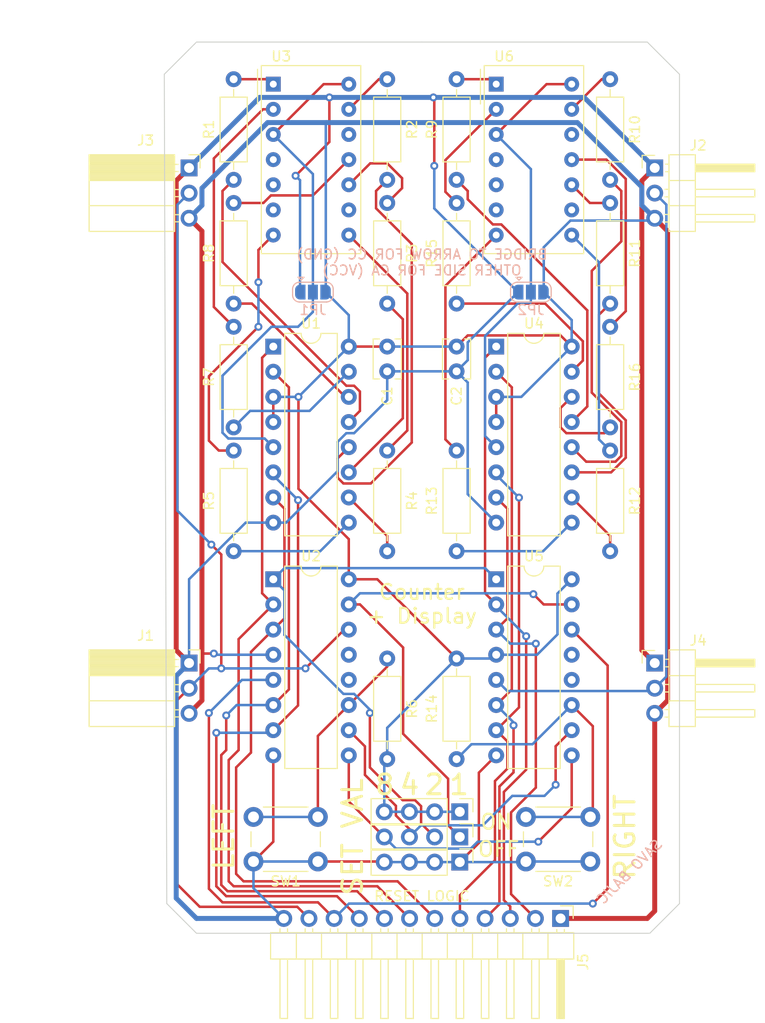
<source format=kicad_pcb>
(kicad_pcb (version 20211014) (generator pcbnew)
  (layers (0 "F.Cu" signal) (31 "B.Cu" signal) (34 "B.Paste" user) (35 "F.Paste" user) (36 "B.SilkS" user "B.Silkscreen") (37 "F.SilkS" user "F.Silkscreen") (38 "B.Mask" user) (39 "F.Mask" user) (44 "Edge.Cuts" user))
  (net 0 "")
  (net 1 "GND")
  (net 2 "/RP")
  (net 3 "/RS")
  (net 4 "/8P")
  (net 5 "/4P")
  (net 6 "/2P")
  (net 7 "/1P")
  (net 8 "/8S")
  (net 9 "/4S")
  (net 10 "/2S")
  (net 11 "/1S")
  (net 12 "VCC")
  (net 13 "/CLK_{IN}")
  (net 14 "Net-(R1-Pad2)")
  (net 15 "Net-(R1-Pad1)")
  (net 16 "Net-(R2-Pad2)")
  (net 17 "Net-(R2-Pad1)")
  (net 18 "Net-(R3-Pad2)")
  (net 19 "Net-(R3-Pad1)")
  (net 20 "Net-(R4-Pad2)")
  (net 21 "Net-(R4-Pad1)")
  (net 22 "Net-(R5-Pad2)")
  (net 23 "Net-(R5-Pad1)")
  (net 24 "Net-(R6-Pad1)")
  (net 25 "Net-(R7-Pad2)")
  (net 26 "Net-(R7-Pad1)")
  (net 27 "Net-(R8-Pad2)")
  (net 28 "Net-(R8-Pad1)")
  (net 29 "Net-(R9-Pad2)")
  (net 30 "Net-(R9-Pad1)")
  (net 31 "Net-(R10-Pad2)")
  (net 32 "Net-(R10-Pad1)")
  (net 33 "Net-(R11-Pad2)")
  (net 34 "Net-(R11-Pad1)")
  (net 35 "Net-(R12-Pad2)")
  (net 36 "Net-(R12-Pad1)")
  (net 37 "Net-(R13-Pad2)")
  (net 38 "Net-(R13-Pad1)")
  (net 39 "Net-(R14-Pad1)")
  (net 40 "/D")
  (net 41 "/C")
  (net 42 "/B")
  (net 43 "/A")
  (net 44 "Net-(JP1-Pad2)")
  (net 45 "Net-(JP2-Pad2)")
  (net 46 "Net-(R15-Pad2)")
  (net 47 "Net-(R15-Pad1)")
  (net 48 "Net-(R16-Pad2)")
  (net 49 "Net-(R16-Pad1)")
  (footprint "Connector_PinHeader_2.54mm:PinHeader_1x03_P2.54mm_Horizontal" (layer "F.Cu") (at 119.5 56.96)
    (fp_text reference "J2")
    (fp_text value "Conn_01x03_Male")
  )
  (footprint "Connector_PinSocket_2.54mm:PinSocket_1x03_P2.54mm_Horizontal" (layer "F.Cu") (at 72.5 56.96)
    (fp_text reference "J3")
    (fp_text value "Conn_01x03_Female")
  )
  (footprint "Connector_PinHeader_2.54mm:PinHeader_1x03_P2.54mm_Horizontal" (layer "F.Cu") (at 119.5 106.96)
    (fp_text reference "J4")
    (fp_text value "Conn_01x03_Male")
  )
  (footprint "Connector_PinHeader_2.54mm:PinHeader_1x12_P2.54mm_Horizontal" (layer "F.Cu") (at 109.998 132.75 -90)
    (fp_text reference "J5")
    (fp_text value "RESET")
  )
  (footprint "Display_7Segment:MAN3410A" (layer "F.Cu") (at 103.5 48.5)
    (fp_text reference "U6")
    (fp_text value "MAN3410A")
  )
  (footprint "Package_DIP:DIP-16_W7.62mm" (layer "F.Cu") (at 103.5 75)
    (fp_text reference "U4")
    (fp_text value "74LS47")
  )
  (footprint "Package_DIP:DIP-16_W7.62mm" (layer "F.Cu") (at 103.5 98.5)
    (fp_text reference "U5")
    (fp_text value "74LS193")
  )
  (footprint "Resistor_THT:R_Axial_DIN0207_L6.3mm_D2.5mm_P10.16mm_Horizontal" (layer "F.Cu") (at 99.5 48 -90)
    (fp_text reference "R9")
    (fp_text value "470")
  )
  (footprint "Resistor_THT:R_Axial_DIN0207_L6.3mm_D2.5mm_P10.16mm_Horizontal" (layer "F.Cu") (at 115 48 -90)
    (fp_text reference "R10")
    (fp_text value "470")
  )
  (footprint "Resistor_THT:R_Axial_DIN0207_L6.3mm_D2.5mm_P10.16mm_Horizontal" (layer "F.Cu") (at 115 60.5 -90)
    (fp_text reference "R11")
    (fp_text value "470")
  )
  (footprint "Resistor_THT:R_Axial_DIN0207_L6.3mm_D2.5mm_P10.16mm_Horizontal" (layer "F.Cu") (at 115 85.5 -90)
    (fp_text reference "R12")
    (fp_text value "470")
  )
  (footprint "Resistor_THT:R_Axial_DIN0207_L6.3mm_D2.5mm_P10.16mm_Horizontal" (layer "F.Cu") (at 99.5 85.5 -90)
    (fp_text reference "R13")
    (fp_text value "470")
  )
  (footprint "Resistor_THT:R_Axial_DIN0207_L6.3mm_D2.5mm_P10.16mm_Horizontal" (layer "F.Cu") (at 99.5 60.5 -90)
    (fp_text reference "R15")
    (fp_text value "470")
  )
  (footprint "Resistor_THT:R_Axial_DIN0207_L6.3mm_D2.5mm_P10.16mm_Horizontal" (layer "F.Cu") (at 77 48 -90)
    (fp_text reference "R1")
    (fp_text value "470")
  )
  (footprint "Resistor_THT:R_Axial_DIN0207_L6.3mm_D2.5mm_P10.16mm_Horizontal" (layer "F.Cu") (at 92.5 48 -90)
    (fp_text reference "R2")
    (fp_text value "470")
  )
  (footprint "Resistor_THT:R_Axial_DIN0207_L6.3mm_D2.5mm_P10.16mm_Horizontal" (layer "F.Cu") (at 92.5 60.5 -90)
    (fp_text reference "R3")
    (fp_text value "470")
  )
  (footprint "Resistor_THT:R_Axial_DIN0207_L6.3mm_D2.5mm_P10.16mm_Horizontal" (layer "F.Cu") (at 92.5 85.5 -90)
    (fp_text reference "R4")
    (fp_text value "470")
  )
  (footprint "Resistor_THT:R_Axial_DIN0207_L6.3mm_D2.5mm_P10.16mm_Horizontal" (layer "F.Cu") (at 77 85.5 -90)
    (fp_text reference "R5")
    (fp_text value "470")
  )
  (footprint "Resistor_THT:R_Axial_DIN0207_L6.3mm_D2.5mm_P10.16mm_Horizontal" (layer "F.Cu") (at 77 73 -90)
    (fp_text reference "R7")
    (fp_text value "470")
  )
  (footprint "Resistor_THT:R_Axial_DIN0207_L6.3mm_D2.5mm_P10.16mm_Horizontal" (layer "F.Cu") (at 77 60.5 -90)
    (fp_text reference "R8")
    (fp_text value "470")
  )
  (footprint "Button_Switch_THT:SW_PUSH_6mm_H4.3mm" (layer "F.Cu") (at 85.5 127 180)
    (fp_text reference "SW1")
    (fp_text value "PRIM")
  )
  (footprint "Button_Switch_THT:SW_PUSH_6mm_H4.3mm" (layer "F.Cu") (at 113 127 180)
    (fp_text reference "SW2")
    (fp_text value "SEC")
  )
  (footprint "Package_DIP:DIP-16_W7.62mm" (layer "F.Cu") (at 81 75)
    (fp_text reference "U1")
    (fp_text value "74LS47")
  )
  (footprint "Package_DIP:DIP-16_W7.62mm" (layer "F.Cu") (at 81 98.5)
    (fp_text reference "U2")
    (fp_text value "74LS193")
  )
  (footprint "Display_7Segment:MAN3410A" (layer "F.Cu") (at 81 48.5)
    (fp_text reference "U3")
    (fp_text value "MAN3410A")
  )
  (footprint "Capacitor_THT:C_Disc_D3.8mm_W2.6mm_P2.50mm" (layer "F.Cu") (at 92.5 75 -90)
    (fp_text reference "C1")
    (fp_text value "100n")
  )
  (footprint "Capacitor_THT:C_Disc_D3.8mm_W2.6mm_P2.50mm" (layer "F.Cu") (at 99.5 75 -90)
    (fp_text reference "C2")
    (fp_text value "100n")
  )
  (footprint "Connector_PinHeader_2.54mm:PinHeader_1x04_P2.54mm_Vertical" (layer "F.Cu") (at 99.823 121.98 -90)
    (fp_text reference "J6" hide)
    (fp_text value "HIGH")
  )
  (footprint "Connector_PinHeader_2.54mm:PinHeader_1x04_P2.54mm_Vertical" (layer "F.Cu") (at 99.823 124.52 -90)
    (fp_text reference "J7" hide)
    (fp_text value "PROG")
  )
  (footprint "Connector_PinHeader_2.54mm:PinHeader_1x04_P2.54mm_Vertical" (layer "F.Cu") (at 99.823 127.06 -90)
    (fp_text reference "J8" hide)
    (fp_text value "GND")
  )
  (footprint "Resistor_THT:R_Axial_DIN0207_L6.3mm_D2.5mm_P10.16mm_Horizontal" (layer "F.Cu") (at 92.5 106.5 -90)
    (fp_text reference "R6")
    (fp_text value "10k")
  )
  (footprint "Resistor_THT:R_Axial_DIN0207_L6.3mm_D2.5mm_P10.16mm_Horizontal" (layer "F.Cu") (at 99.5 116.66 90)
    (fp_text reference "R14")
    (fp_text value "10k")
  )
  (footprint "Connector_PinSocket_2.54mm:PinSocket_1x03_P2.54mm_Horizontal" (layer "F.Cu") (at 72.5 106.96)
    (fp_text reference "J1")
    (fp_text value "Conn_01x03_Female")
  )
  (footprint "Resistor_THT:R_Axial_DIN0207_L6.3mm_D2.5mm_P10.16mm_Horizontal" (layer "F.Cu") (at 115 73 -90)
    (fp_text reference "R16")
    (fp_text value "470")
  )
  (footprint "Jumper:SolderJumper-3_P1.3mm_Open_RoundedPad1.0x1.5mm" (layer "B.Cu") (at 85 69.5)
    (fp_text reference "JP1")
    (fp_text value "SEL")
  )
  (footprint "Jumper:SolderJumper-3_P1.3mm_Open_RoundedPad1.0x1.5mm" (layer "B.Cu") (at 107 69.5)
    (fp_text reference "JP2")
    (fp_text value "SEL")
  )
  (gr_line (start 119 134.25) (end 73.25 134.25) (layer "Edge.Cuts") (width 0.1))
  (gr_line (start 118.75 44.25) (end 122 47.5) (layer "Edge.Cuts") (width 0.1))
  (gr_line (start 72.5 45) (end 73 44.5) (layer "Edge.Cuts") (width 0.1))
  (gr_line (start 73.25 134.25) (end 70.5 131.5) (layer "Edge.Cuts") (width 0.1))
  (gr_line (start 73.25 44.25) (end 96 44.25) (layer "Edge.Cuts") (width 0.1))
  (gr_line (start 70.25 131.25) (end 70 47.5) (layer "Edge.Cuts") (width 0.1))
  (gr_line (start 122 131.25) (end 119 134.25) (layer "Edge.Cuts") (width 0.1))
  (gr_line (start 73 44.5) (end 73.25 44.25) (layer "Edge.Cuts") (width 0.1))
  (gr_line (start 122 47.5) (end 122 131.25) (layer "Edge.Cuts") (width 0.1))
  (gr_line (start 70 47.5) (end 72.5 45) (layer "Edge.Cuts") (width 0.1))
  (gr_line (start 70.5 131.5) (end 70.25 131.25) (layer "Edge.Cuts") (width 0.1))
  (gr_line (start 96 44.25) (end 118.75 44.25) (layer "Edge.Cuts") (width 0.1))
  (gr_text "SAVO BAJIC" (at 117 128 45) (layer "B.SilkS") (effects (font (size 1 1) (thickness 0.15) italic) (justify mirror)))
  (gr_text "BRIDGE TO ARROW FOR CC (GND)\nOTHER SIDE FOR CA (VCC)" (at 96 66.5) (layer "B.SilkS") (effects (font (size 1 1)) (justify mirror)))
  (gr_text "OFF" (at 103.75 125.75) (layer "F.SilkS") (effects (font (size 1.5 1.5) (thickness 0.225))))
  (gr_text "RIGHT" (at 116.5 124.5 90) (layer "F.SilkS") (effects (font (size 2 2) (thickness 0.3))))
  (gr_text "2" (at 97.25 119.25) (layer "F.SilkS") (effects (font (size 2 2) (thickness 0.3))))
  (gr_text "RESET LOGIC" (at 96 130.5) (layer "F.SilkS") (effects (font (size 1 1))))
  (gr_text "4" (at 94.75 119.25) (layer "F.SilkS") (effects (font (size 2 2) (thickness 0.3))))
  (gr_text "ON" (at 103.5 123) (layer "F.SilkS") (effects (font (size 1.5 1.5) (thickness 0.225))))
  (gr_text "1" (at 99.75 119.25) (layer "F.SilkS") (effects (font (size 2 2) (thickness 0.3))))
  (gr_text "LEFT" (at 76 124.5 90) (layer "F.SilkS") (effects (font (size 2 2) (thickness 0.3))))
  (gr_text "8" (at 92.25 119.25) (layer "F.SilkS") (effects (font (size 2 2) (thickness 0.3))))
  (gr_text "SET VAL" (at 89 124.5 90) (layer "F.SilkS") (effects (font (size 2 2) (thickness 0.3))))
  (gr_text "Counter\n+ Display" (at 96 101) (layer "F.SilkS") (effects (font (size 1.5 1.5) (thickness 0.225))))
  (segment (start 97.25 49.929998) (end 97.160001 49.839999) (width 0.25) (layer "F.Cu") (net 1))
  (segment (start 92.143 127) (end 92.203 127.06) (width 0.25) (layer "F.Cu") (net 1))
  (segment (start 97.25 56.75) (end 97.25 49.929998) (width 0.25) (layer "F.Cu") (net 1))
  (segment (start 101.75 118.03) (end 103.5 116.28) (width 0.25) (layer "F.Cu") (net 1))
  (segment (start 118.199999 58.260001) (end 118.199999 105.659999) (width 0.5) (layer "F.Cu") (net 1))
  (segment (start 71.199999 105.659999) (end 71.199999 58.260001) (width 0.5) (layer "F.Cu") (net 1))
  (segment (start 81 125) (end 81 116.28) (width 0.25) (layer "F.Cu") (net 1))
  (segment (start 101.75 125.133) (end 101.75 118.03) (width 0.25) (layer "F.Cu") (net 1))
  (segment (start 85.5 127) (end 92.143 127) (width 0.25) (layer "F.Cu") (net 1))
  (segment (start 118.199999 105.659999) (end 119.5 106.96) (width 0.5) (layer "F.Cu") (net 1))
  (segment (start 86.660001 54.339999) (end 86.660001 49.839999) (width 0.25) (layer "F.Cu") (net 1))
  (segment (start 71.199999 58.260001) (end 72.5 56.96) (width 0.5) (layer "F.Cu") (net 1))
  (segment (start 99.823 127.06) (end 101.75 125.133) (width 0.25) (layer "F.Cu") (net 1))
  (segment (start 79 127) (end 81 125) (width 0.25) (layer "F.Cu") (net 1))
  (segment (start 119.5 56.96) (end 118.199999 58.260001) (width 0.5) (layer "F.Cu") (net 1))
  (segment (start 72.5 106.96) (end 71.199999 105.659999) (width 0.5) (layer "F.Cu") (net 1))
  (segment (start 83.25 57.75) (end 86.660001 54.339999) (width 0.25) (layer "F.Cu") (net 1))
  (via (at 97.25 56.75) (size 0.8) (drill 0.4) (layers "F.Cu" "B.Cu") (net 1))
  (via (at 97.160001 49.839999) (size 0.8) (drill 0.4) (layers "F.Cu" "B.Cu") (net 1))
  (via (at 83.25 57.75) (size 0.8) (drill 0.4) (layers "F.Cu" "B.Cu") (net 1))
  (via (at 86.660001 49.839999) (size 0.8) (drill 0.4) (layers "F.Cu" "B.Cu") (net 1))
  (segment (start 106.5 127) (end 113 127) (width 0.25) (layer "B.Cu") (net 1))
  (segment (start 78.214998 92.78) (end 72.5 98.494998) (width 0.25) (layer "B.Cu") (net 1))
  (segment (start 73.25 132.75) (end 82.058 132.75) (width 0.5) (layer "B.Cu") (net 1))
  (segment (start 112.379999 49.839999) (end 119.5 56.96) (width 0.5) (layer "B.Cu") (net 1))
  (segment (start 100.625001 76.374999) (end 100.625001 74.574999) (width 0.25) (layer "B.Cu") (net 1))
  (segment (start 72.5 106.96) (end 71.199999 108.260001) (width 0.5) (layer "B.Cu") (net 1))
  (segment (start 92.203 127.06) (end 94.743 127.06) (width 0.25) (layer "B.Cu") (net 1))
  (segment (start 97.160001 49.839999) (end 112.379999 49.839999) (width 0.5) (layer "B.Cu") (net 1))
  (segment (start 99.823 127.06) (end 106.44 127.06) (width 0.25) (layer "B.Cu") (net 1))
  (segment (start 92.5 77.5) (end 99.5 77.5) (width 0.25) (layer "B.Cu") (net 1))
  (segment (start 71.199999 108.260001) (end 71.199999 130.699999) (width 0.5) (layer "B.Cu") (net 1))
  (segment (start 87.494999 87.578003) (end 87.494999 84.619999) (width 0.25) (layer "B.Cu") (net 1))
  (segment (start 79 129.692) (end 82.058 132.75) (width 0.25) (layer "B.Cu") (net 1))
  (segment (start 99.5 77.5) (end 100.625001 76.374999) (width 0.25) (layer "B.Cu") (net 1))
  (segment (start 81 92.78) (end 78.214998 92.78) (width 0.25) (layer "B.Cu") (net 1))
  (segment (start 106.44 127.06) (end 106.5 127) (width 0.25) (layer "B.Cu") (net 1))
  (segment (start 87.494999 84.619999) (end 88.369997 83.745001) (width 0.25) (layer "B.Cu") (net 1))
  (segment (start 79.620001 49.839999) (end 86.660001 49.839999) (width 0.5) (layer "B.Cu") (net 1))
  (segment (start 79 127) (end 79 129.692) (width 0.25) (layer "B.Cu") (net 1))
  (segment (start 99.5 77.5) (end 100.625001 78.625001) (width 0.25) (layer "B.Cu") (net 1))
  (segment (start 105.7 69.5) (end 97.25 61.05) (width 0.25) (layer "B.Cu") (net 1))
  (segment (start 72.5 56.96) (end 79.620001 49.839999) (width 0.5) (layer "B.Cu") (net 1))
  (segment (start 97.283 127.06) (end 99.823 127.06) (width 0.25) (layer "B.Cu") (net 1))
  (segment (start 88.369997 83.745001) (end 89.160001 83.745001) (width 0.25) (layer "B.Cu") (net 1))
  (segment (start 100.625001 89.905001) (end 103.5 92.78) (width 0.25) (layer "B.Cu") (net 1))
  (segment (start 92.5 80.405002) (end 92.5 77.5) (width 0.25) (layer "B.Cu") (net 1))
  (segment (start 83.7 58.2) (end 83.25 57.75) (width 0.25) (layer "B.Cu") (net 1))
  (segment (start 100.625001 74.574999) (end 105.7 69.5) (width 0.25) (layer "B.Cu") (net 1))
  (segment (start 100.625001 78.625001) (end 100.625001 89.905001) (width 0.25) (layer "B.Cu") (net 1))
  (segment (start 81 92.78) (end 82.293002 92.78) (width 0.25) (layer "B.Cu") (net 1))
  (segment (start 82.293002 92.78) (end 87.494999 87.578003) (width 0.25) (layer "B.Cu") (net 1))
  (segment (start 86.660001 49.839999) (end 97.160001 49.839999) (width 0.5) (layer "B.Cu") (net 1))
  (segment (start 71.199999 130.699999) (end 73.25 132.75) (width 0.5) (layer "B.Cu") (net 1))
  (segment (start 94.743 127.06) (end 97.283 127.06) (width 0.25) (layer "B.Cu") (net 1))
  (segment (start 72.5 98.494998) (end 72.5 106.96) (width 0.25) (layer "B.Cu") (net 1))
  (segment (start 83.7 69.5) (end 83.7 58.2) (width 0.25) (layer "B.Cu") (net 1))
  (segment (start 79 127) (end 85.5 127) (width 0.25) (layer "B.Cu") (net 1))
  (segment (start 97.25 61.05) (end 97.25 56.75) (width 0.25) (layer "B.Cu") (net 1))
  (segment (start 89.160001 83.745001) (end 92.5 80.405002) (width 0.25) (layer "B.Cu") (net 1))
  (segment (start 73.574999 131.574999) (end 71.324999 129.324999) (width 0.25) (layer "F.Cu") (net 2))
  (segment (start 75.75 96) (end 74.75 95) (width 0.25) (layer "F.Cu") (net 2))
  (segment (start 84.598 132.75) (end 83.422999 131.574999) (width 0.25) (layer "F.Cu") (net 2))
  (segment (start 84.25 107.5) (end 88.17 103.58) (width 0.25) (layer "F.Cu") (net 2))
  (segment (start 83.422999 131.574999) (end 73.574999 131.574999) (width 0.25) (layer "F.Cu") (net 2))
  (segment (start 71.324999 129.324999) (end 71.324999 110.675001) (width 0.25) (layer "F.Cu") (net 2))
  (segment (start 88.17 103.58) (end 88.62 103.58) (width 0.25) (layer "F.Cu") (net 2))
  (segment (start 75.75 107.5) (end 75.75 96) (width 0.25) (layer "F.Cu") (net 2))
  (segment (start 71.324999 110.675001) (end 72.5 109.5) (width 0.25) (layer "F.Cu") (net 2))
  (via (at 84.25 107.5) (size 0.8) (drill 0.4) (layers "F.Cu" "B.Cu") (net 2))
  (via (at 74.75 95) (size 0.8) (drill 0.4) (layers "F.Cu" "B.Cu") (net 2))
  (via (at 75.75 107.5) (size 0.8) (drill 0.4) (layers "F.Cu" "B.Cu") (net 2))
  (segment (start 72.5 59.5) (end 71.324999 60.675001) (width 0.25) (layer "B.Cu") (net 2))
  (segment (start 74.5 107.5) (end 75.75 107.5) (width 0.25) (layer "B.Cu") (net 2))
  (segment (start 74.75 95) (end 71.324999 91.574999) (width 0.25) (layer "B.Cu") (net 2))
  (segment (start 71.324999 60.675001) (end 71.324999 91.175001) (width 0.25) (layer "B.Cu") (net 2))
  (segment (start 75.75 107.5) (end 84.25 107.5) (width 0.25) (layer "B.Cu") (net 2))
  (segment (start 72.5 109.5) (end 74.5 107.5) (width 0.25) (layer "B.Cu") (net 2))
  (segment (start 71.324999 91.574999) (end 71.324999 91.175001) (width 0.25) (layer "B.Cu") (net 2))
  (segment (start 75.874989 131.124989) (end 74.5 129.75) (width 0.25) (layer "F.Cu") (net 3))
  (segment (start 114.75 107.21) (end 114.75 129.75) (width 0.25) (layer "F.Cu") (net 3))
  (segment (start 111.12 103.58) (end 114.75 107.21) (width 0.25) (layer "F.Cu") (net 3))
  (segment (start 74.5 129.75) (end 74.5 112) (width 0.25) (layer "F.Cu") (net 3))
  (segment (start 87.138 132.75) (end 85.512989 131.124989) (width 0.25) (layer "F.Cu") (net 3))
  (segment (start 114.75 129.75) (end 113.25 131.25) (width 0.25) (layer "F.Cu") (net 3))
  (segment (start 85.512989 131.124989) (end 75.874989 131.124989) (width 0.25) (layer "F.Cu") (net 3))
  (via (at 74.5 112) (size 0.8) (drill 0.4) (layers "F.Cu" "B.Cu") (net 3))
  (via (at 113.25 131.25) (size 0.8) (drill 0.4) (layers "F.Cu" "B.Cu") (net 3))
  (segment (start 88.638 131.25) (end 91.75 131.25) (width 0.25) (layer "B.Cu") (net 3))
  (segment (start 87.138 132.75) (end 88.638 131.25) (width 0.25) (layer "B.Cu") (net 3))
  (segment (start 77.84 108.66) (end 74.5 112) (width 0.25) (layer "B.Cu") (net 3))
  (segment (start 113.25 131.25) (end 91.75 131.25) (width 0.25) (layer "B.Cu") (net 3))
  (segment (start 81 108.66) (end 77.84 108.66) (width 0.25) (layer "B.Cu") (net 3))
  (segment (start 75.25 129.5) (end 75.25 114) (width 0.25) (layer "F.Cu") (net 4))
  (segment (start 87.428 130.5) (end 76.25 130.5) (width 0.25) (layer "F.Cu") (net 4))
  (segment (start 76.25 130.5) (end 75.25 129.5) (width 0.25) (layer "F.Cu") (net 4))
  (segment (start 81 113.74) (end 83.5 111.24) (width 0.25) (layer "F.Cu") (net 4))
  (segment (start 89.678 132.75) (end 87.428 130.5) (width 0.25) (layer "F.Cu") (net 4))
  (segment (start 83.5 111.24) (end 83.5 90.5) (width 0.25) (layer "F.Cu") (net 4))
  (via (at 75.25 114) (size 0.8) (drill 0.4) (layers "F.Cu" "B.Cu") (net 4))
  (via (at 83.5 90.5) (size 0.8) (drill 0.4) (layers "F.Cu" "B.Cu") (net 4))
  (segment (start 80.74 114) (end 81 113.74) (width 0.25) (layer "B.Cu") (net 4))
  (segment (start 75.25 114) (end 80.74 114) (width 0.25) (layer "B.Cu") (net 4))
  (segment (start 81 88) (end 81 87.7) (width 0.25) (layer "B.Cu") (net 4))
  (segment (start 83.5 90.5) (end 81 88) (width 0.25) (layer "B.Cu") (net 4))
  (segment (start 89.468 130) (end 76.38641 130) (width 0.25) (layer "F.Cu") (net 5))
  (segment (start 82.575011 109.624989) (end 81 111.2) (width 0.25) (layer "F.Cu") (net 5))
  (segment (start 75.75 116.25) (end 76.25 115.75) (width 0.25) (layer "F.Cu") (net 5))
  (segment (start 81 77.54) (end 82.575011 79.115011) (width 0.25) (layer "F.Cu") (net 5))
  (segment (start 76.38641 130) (end 75.75 129.36359) (width 0.25) (layer "F.Cu") (net 5))
  (segment (start 76.25 115.75) (end 76.25 112.25) (width 0.25) (layer "F.Cu") (net 5))
  (segment (start 75.75 129.36359) (end 75.75 116.25) (width 0.25) (layer "F.Cu") (net 5))
  (segment (start 92.218 132.75) (end 89.468 130) (width 0.25) (layer "F.Cu") (net 5))
  (segment (start 82.575011 79.115011) (end 82.575011 109.624989) (width 0.25) (layer "F.Cu") (net 5))
  (via (at 76.25 112.25) (size 0.8) (drill 0.4) (layers "F.Cu" "B.Cu") (net 5))
  (segment (start 77.3 111.2) (end 81 111.2) (width 0.25) (layer "B.Cu") (net 5))
  (segment (start 76.25 112.25) (end 77.3 111.2) (width 0.25) (layer "B.Cu") (net 5))
  (segment (start 81 101.04) (end 79.874999 99.914999) (width 0.25) (layer "F.Cu") (net 6))
  (segment (start 77.5 115.75) (end 76.5 116.75) (width 0.25) (layer "F.Cu") (net 6))
  (segment (start 76.5 129) (end 77 129.5) (width 0.25) (layer "F.Cu") (net 6))
  (segment (start 76.5 116.75) (end 76.5 129) (width 0.25) (layer "F.Cu") (net 6))
  (segment (start 77 129.5) (end 91.508 129.5) (width 0.25) (layer "F.Cu") (net 6))
  (segment (start 91.508 129.5) (end 94.758 132.75) (width 0.25) (layer "F.Cu") (net 6))
  (segment (start 79.874999 99.914999) (end 79.874999 76.125001) (width 0.25) (layer "F.Cu") (net 6))
  (segment (start 77.5 104.54) (end 77.5 115.75) (width 0.25) (layer "F.Cu") (net 6))
  (segment (start 81 101.04) (end 77.5 104.54) (width 0.25) (layer "F.Cu") (net 6))
  (segment (start 79.874999 76.125001) (end 81 75) (width 0.25) (layer "F.Cu") (net 6))
  (segment (start 93.548 129) (end 78 129) (width 0.25) (layer "F.Cu") (net 7))
  (segment (start 81 103.58) (end 82.125001 102.454999) (width 0.25) (layer "F.Cu") (net 7))
  (segment (start 77.25 128.25) (end 77.25 117.5) (width 0.25) (layer "F.Cu") (net 7))
  (segment (start 78.75 116) (end 78.75 105.83) (width 0.25) (layer "F.Cu") (net 7))
  (segment (start 82.125001 91.365001) (end 81 90.24) (width 0.25) (layer "F.Cu") (net 7))
  (segment (start 97.298 132.75) (end 93.548 129) (width 0.25) (layer "F.Cu") (net 7))
  (segment (start 82.125001 102.454999) (end 82.125001 91.365001) (width 0.25) (layer "F.Cu") (net 7))
  (segment (start 78.75 105.83) (end 81 103.58) (width 0.25) (layer "F.Cu") (net 7))
  (segment (start 78 129) (end 77.25 128.25) (width 0.25) (layer "F.Cu") (net 7))
  (segment (start 77.25 117.5) (end 78.75 116) (width 0.25) (layer "F.Cu") (net 7))
  (segment (start 105.800011 111.439989) (end 105.800011 90.25) (width 0.25) (layer "F.Cu") (net 8))
  (segment (start 103.375 126.875) (end 99.838 130.412) (width 0.25) (layer "F.Cu") (net 8))
  (segment (start 99.838 130.412) (end 99.838 132.75) (width 0.25) (layer "F.Cu") (net 8))
  (segment (start 103.5 113.74) (end 104.625001 114.865001) (width 0.25) (layer "F.Cu") (net 8))
  (segment (start 103.375 118.875) (end 103.375 126.875) (width 0.25) (layer "F.Cu") (net 8))
  (segment (start 103.5 113.74) (end 105.800011 111.439989) (width 0.25) (layer "F.Cu") (net 8))
  (segment (start 104.625001 114.865001) (end 104.625001 117.624999) (width 0.25) (layer "F.Cu") (net 8))
  (segment (start 104.625001 117.624999) (end 103.375 118.875) (width 0.25) (layer "F.Cu") (net 8))
  (via (at 105.800011 90.25) (size 0.8) (drill 0.4) (layers "F.Cu" "B.Cu") (net 8))
  (segment (start 103.5 87.949989) (end 103.5 87.7) (width 0.25) (layer "B.Cu") (net 8))
  (segment (start 105.800011 90.25) (end 103.5 87.949989) (width 0.25) (layer "B.Cu") (net 8))
  (segment (start 105.25 118) (end 105.25 113.25) (width 0.25) (layer "F.Cu") (net 9))
  (segment (start 103.82501 131.30299) (end 103.82501 119.42499) (width 0.25) (layer "F.Cu") (net 9))
  (segment (start 105.075011 109.624989) (end 105.075011 79.115011) (width 0.25) (layer "F.Cu") (net 9))
  (segment (start 102.378 132.75) (end 103.82501 131.30299) (width 0.25) (layer "F.Cu") (net 9))
  (segment (start 103.82501 119.42499) (end 105.25 118) (width 0.25) (layer "F.Cu") (net 9))
  (segment (start 105.075011 79.115011) (end 103.5 77.54) (width 0.25) (layer "F.Cu") (net 9))
  (segment (start 103.5 111.2) (end 105.075011 109.624989) (width 0.25) (layer "F.Cu") (net 9))
  (via (at 105.25 113.25) (size 0.8) (drill 0.4) (layers "F.Cu" "B.Cu") (net 9))
  (segment (start 105.25 112.95) (end 105.25 113.25) (width 0.25) (layer "B.Cu") (net 9))
  (segment (start 103.5 111.2) (end 105.25 112.95) (width 0.25) (layer "B.Cu") (net 9))
  (segment (start 104.27502 119.97498) (end 106.525011 117.724989) (width 0.25) (layer "F.Cu") (net 10))
  (segment (start 102.374999 99.914999) (end 102.374999 76.125001) (width 0.25) (layer "F.Cu") (net 10))
  (segment (start 103.5 101.04) (end 102.374999 99.914999) (width 0.25) (layer "F.Cu") (net 10))
  (segment (start 104.27502 130.904939) (end 104.27502 119.97498) (width 0.25) (layer "F.Cu") (net 10))
  (segment (start 102.374999 76.125001) (end 103.5 75) (width 0.25) (layer "F.Cu") (net 10))
  (segment (start 104.918 132.75) (end 104.918 131.547919) (width 0.25) (layer "F.Cu") (net 10))
  (segment (start 104.918 131.547919) (end 104.27502 130.904939) (width 0.25) (layer "F.Cu") (net 10))
  (segment (start 106.525011 117.724989) (end 106.525011 104.25) (width 0.25) (layer "F.Cu") (net 10))
  (via (at 106.525011 104.25) (size 0.8) (drill 0.4) (layers "F.Cu" "B.Cu") (net 10))
  (segment (start 103.5 101.224989) (end 103.5 101.04) (width 0.25) (layer "B.Cu") (net 10))
  (segment (start 106.525011 104.25) (end 103.5 101.224989) (width 0.25) (layer "B.Cu") (net 10))
  (segment (start 105 122.038998) (end 107.5 119.538998) (width 0.25) (layer "F.Cu") (net 11))
  (segment (start 104.625001 102.454999) (end 104.625001 91.365001) (width 0.25) (layer "F.Cu") (net 11))
  (segment (start 107.458 132.75) (end 105 130.292) (width 0.25) (layer "F.Cu") (net 11))
  (segment (start 104.625001 91.365001) (end 103.5 90.24) (width 0.25) (layer "F.Cu") (net 11))
  (segment (start 103.5 103.58) (end 104.625001 102.454999) (width 0.25) (layer "F.Cu") (net 11))
  (segment (start 107.5 119.538998) (end 107.5 105) (width 0.25) (layer "F.Cu") (net 11))
  (segment (start 105 130.292) (end 105 122.038998) (width 0.25) (layer "F.Cu") (net 11))
  (via (at 107.5 105) (size 0.8) (drill 0.4) (layers "F.Cu" "B.Cu") (net 11))
  (segment (start 104.92 105) (end 107.5 105) (width 0.25) (layer "B.Cu") (net 11))
  (segment (start 103.5 103.58) (end 104.92 105) (width 0.25) (layer "B.Cu") (net 11))
  (segment (start 103.5 82.62) (end 103.5 80.08) (width 0.25) (layer "F.Cu") (net 12))
  (segment (start 92.5 75) (end 88.62 75) (width 0.25) (layer "F.Cu") (net 12))
  (segment (start 109.998 132.75) (end 118.75 132.75) (width 0.5) (layer "F.Cu") (net 12))
  (segment (start 109.994999 73.874999) (end 100.625001 73.874999) (width 0.25) (layer "F.Cu") (net 12))
  (segment (start 111.12 75) (end 109.994999 73.874999) (width 0.25) (layer "F.Cu") (net 12))
  (segment (start 75 106) (end 73.75 106) (width 0.25) (layer "F.Cu") (net 12))
  (segment (start 81 82.62) (end 81 80.08) (width 0.25) (layer "F.Cu") (net 12))
  (segment (start 88.62 98.5) (end 91.5 98.5) (width 0.25) (layer "F.Cu") (net 12))
  (segment (start 118.75 132.75) (end 119.5 132) (width 0.5) (layer "F.Cu") (net 12))
  (segment (start 119.5 112.04) (end 120.800001 110.739999) (width 0.5) (layer "F.Cu") (net 12))
  (segment (start 73.675001 110.864999) (end 73.675001 106.074999) (width 0.25) (layer "F.Cu") (net 12))
  (segment (start 83.54 89.365002) (end 83.54 80.08) (width 0.25) (layer "F.Cu") (net 12))
  (segment (start 100.625001 73.874999) (end 99.5 75) (width 0.25) (layer "F.Cu") (net 12))
  (segment (start 72.5 112.04) (end 73.675001 110.864999) (width 0.25) (layer "F.Cu") (net 12))
  (segment (start 120.800001 110.739999) (end 120.800001 63.340001) (width 0.5) (layer "F.Cu") (net 12))
  (segment (start 72.5 112.04) (end 73.800001 110.739999) (width 0.5) (layer "F.Cu") (net 12))
  (segment (start 73.800001 110.739999) (end 73.800001 63.340001) (width 0.5) (layer "F.Cu") (net 12))
  (segment (start 88.62 94.445002) (end 83.54 89.365002) (width 0.25) (layer "F.Cu") (net 12))
  (segment (start 120.800001 63.340001) (end 119.5 62.04) (width 0.5) (layer "F.Cu") (net 12))
  (segment (start 73.800001 63.340001) (end 72.5 62.04) (width 0.5) (layer "F.Cu") (net 12))
  (segment (start 73.75 106) (end 73.675001 106.074999) (width 0.25) (layer "F.Cu") (net 12))
  (segment (start 73.675001 106.074999) (end 73.675001 63.215001) (width 0.25) (layer "F.Cu") (net 12))
  (segment (start 91.5 98.5) (end 99.5 106.5) (width 0.25) (layer "F.Cu") (net 12))
  (segment (start 88.62 98.5) (end 88.62 94.445002) (width 0.25) (layer "F.Cu") (net 12))
  (segment (start 119.5 132) (end 119.5 112.04) (width 0.5) (layer "F.Cu") (net 12))
  (segment (start 73.675001 63.215001) (end 72.5 62.04) (width 0.25) (layer "F.Cu") (net 12))
  (via (at 83.54 80.08) (size 0.8) (drill 0.4) (layers "F.Cu" "B.Cu") (net 12))
  (via (at 75 106) (size 0.8) (drill 0.4) (layers "F.Cu" "B.Cu") (net 12))
  (segment (start 92.5 75) (end 99.5 75) (width 0.25) (layer "B.Cu") (net 12))
  (segment (start 111.696001 52.379999) (end 118.199999 58.883997) (width 0.5) (layer "B.Cu") (net 12))
  (segment (start 103.5 80.08) (end 106.04 80.08) (width 0.25) (layer "B.Cu") (net 12))
  (segment (start 92.203 121.98) (end 94.743 121.98) (width 0.25) (layer "B.Cu") (net 12))
  (segment (start 81 106.12) (end 75.12 106.12) (width 0.25) (layer "B.Cu") (net 12))
  (segment (start 118.199999 58.883997) (end 118.199999 60.739999) (width 0.5) (layer "B.Cu") (net 12))
  (segment (start 72.5 62.04) (end 73.800001 60.739999) (width 0.5) (layer "B.Cu") (net 12))
  (segment (start 103.12 106.5) (end 103.5 106.12) (width 0.25) (layer "B.Cu") (net 12))
  (segment (start 86.3 52.45) (end 86.370001 52.379999) (width 0.25) (layer "B.Cu") (net 12))
  (segment (start 92.5 116.66) (end 92.5 113.5) (width 0.25) (layer "B.Cu") (net 12))
  (segment (start 97.283 121.98) (end 99.823 121.98) (width 0.25) (layer "B.Cu") (net 12))
  (segment (start 97.283 121.98) (end 94.743 121.98) (width 0.25) (layer "B.Cu") (net 12))
  (segment (start 92.203 121.98) (end 92.203 116.957) (width 0.25) (layer "B.Cu") (net 12))
  (segment (start 119.264999 62.275001) (end 119.5 62.04) (width 0.25) (layer "B.Cu") (net 12))
  (segment (start 110.993997 62.275001) (end 119.264999 62.275001) (width 0.25) (layer "B.Cu") (net 12))
  (segment (start 92.5 113.5) (end 99.5 106.5) (width 0.25) (layer "B.Cu") (net 12))
  (segment (start 73.800001 60.739999) (end 73.800001 59.003997) (width 0.5) (layer "B.Cu") (net 12))
  (segment (start 88.62 71.82) (end 86.3 69.5) (width 0.25) (layer "B.Cu") (net 12))
  (segment (start 86.3 69.5) (end 86.3 52.45) (width 0.25) (layer "B.Cu") (net 12))
  (segment (start 73.800001 59.003997) (end 80.423999 52.379999) (width 0.5) (layer "B.Cu") (net 12))
  (segment (start 86.370001 52.379999) (end 111.696001 52.379999) (width 0.5) (layer "B.Cu") (net 12))
  (segment (start 108.3 69.5) (end 108.3 64.968998) (width 0.25) (layer "B.Cu") (net 12))
  (segment (start 109.685 104.065) (end 109.685 99.935) (width 0.25) (layer "B.Cu") (net 12))
  (segment (start 92.203 116.957) (end 92.5 116.66) (width 0.25) (layer "B.Cu") (net 12))
  (segment (start 99.5 106.5) (end 103.12 106.5) (width 0.25) (layer "B.Cu") (net 12))
  (segment (start 107.63 106.12) (end 109.685 104.065) (width 0.25) (layer "B.Cu") (net 12))
  (segment (start 111.12 72.32) (end 108.3 69.5) (width 0.25) (layer "B.Cu") (net 12))
  (segment (start 109.685 99.935) (end 111.12 98.5) (width 0.25) (layer "B.Cu") (net 12))
  (segment (start 88.62 75) (end 88.62 71.82) (width 0.25) (layer "B.Cu") (net 12))
  (segment (start 75.12 106.12) (end 75 106) (width 0.25) (layer "B.Cu") (net 12))
  (segment (start 103.5 106.12) (end 107.63 106.12) (width 0.25) (layer "B.Cu") (net 12))
  (segment (start 80.423999 52.379999) (end 86.370001 52.379999) (width 0.5) (layer "B.Cu") (net 12))
  (segment (start 111.12 75) (end 111.12 72.32) (width 0.25) (layer "B.Cu") (net 12))
  (segment (start 106.04 80.08) (end 111.12 75) (width 0.25) (layer "B.Cu") (net 12))
  (segment (start 81 80.08) (end 83.54 80.08) (width 0.25) (layer "B.Cu") (net 12))
  (segment (start 108.3 64.968998) (end 110.993997 62.275001) (width 0.25) (layer "B.Cu") (net 12))
  (segment (start 83.54 80.08) (end 88.62 75) (width 0.25) (layer "B.Cu") (net 12))
  (segment (start 118.199999 60.739999) (end 119.5 62.04) (width 0.5) (layer "B.Cu") (net 12))
  (segment (start 119.214999 109.785001) (end 119.5 109.5) (width 0.25) (layer "B.Cu") (net 13))
  (segment (start 119.5 109.5) (end 120.675001 108.324999) (width 0.25) (layer "B.Cu") (net 13))
  (segment (start 104.625001 109.785001) (end 119.214999 109.785001) (width 0.25) (layer "B.Cu") (net 13))
  (segment (start 120.675001 60.675001) (end 119.5 59.5) (width 0.25) (layer "B.Cu") (net 13))
  (segment (start 120.675001 108.324999) (end 120.675001 60.675001) (width 0.25) (layer "B.Cu") (net 13))
  (segment (start 103.5 108.66) (end 104.625001 109.785001) (width 0.25) (layer "B.Cu") (net 13))
  (segment (start 88.62 82.62) (end 89.745001 81.494999) (width 0.25) (layer "F.Cu") (net 14))
  (segment (start 75.874999 59.285001) (end 77 58.16) (width 0.25) (layer "F.Cu") (net 14))
  (segment (start 89.745001 79.539999) (end 89.160001 78.954999) (width 0.25) (layer "F.Cu") (net 14))
  (segment (start 88.369997 78.954999) (end 75.874999 66.460001) (width 0.25) (layer "F.Cu") (net 14))
  (segment (start 89.160001 78.954999) (end 88.369997 78.954999) (width 0.25) (layer "F.Cu") (net 14))
  (segment (start 89.745001 81.494999) (end 89.745001 79.539999) (width 0.25) (layer "F.Cu") (net 14))
  (segment (start 75.874999 66.460001) (end 75.874999 59.285001) (width 0.25) (layer "F.Cu") (net 14))
  (segment (start 77 48) (end 80.5 48) (width 0.25) (layer "F.Cu") (net 15))
  (segment (start 80.5 48) (end 81 48.5) (width 0.25) (layer "F.Cu") (net 15))
  (segment (start 87.494999 88.240001) (end 88.079999 88.825001) (width 0.25) (layer "F.Cu") (net 16))
  (segment (start 88.62 85.16) (end 87.494999 86.285001) (width 0.25) (layer "F.Cu") (net 16))
  (segment (start 91.374999 61.040001) (end 91.374999 59.285001) (width 0.25) (layer "F.Cu") (net 16))
  (segment (start 91.374999 59.285001) (end 92.5 58.16) (width 0.25) (layer "F.Cu") (net 16))
  (segment (start 87.494999 86.285001) (end 87.494999 88.240001) (width 0.25) (layer "F.Cu") (net 16))
  (segment (start 88.079999 88.825001) (end 90.840001 88.825001) (width 0.25) (layer "F.Cu") (net 16))
  (segment (start 94.97503 64.640032) (end 91.374999 61.040001) (width 0.25) (layer "F.Cu") (net 16))
  (segment (start 90.840001 88.825001) (end 94.97503 84.689972) (width 0.25) (layer "F.Cu") (net 16))
  (segment (start 94.97503 84.689972) (end 94.97503 64.640032) (width 0.25) (layer "F.Cu") (net 16))
  (segment (start 91.66 48) (end 92.5 48) (width 0.25) (layer "F.Cu") (net 17))
  (segment (start 88.62 51.04) (end 91.66 48) (width 0.25) (layer "F.Cu") (net 17))
  (segment (start 92.5 70.66) (end 94.075011 72.235011) (width 0.25) (layer "F.Cu") (net 18))
  (segment (start 94.075011 82.244989) (end 88.62 87.7) (width 0.25) (layer "F.Cu") (net 18))
  (segment (start 94.075011 72.235011) (end 94.075011 82.244989) (width 0.25) (layer "F.Cu") (net 18))
  (segment (start 88.62 58.66) (end 90.78 56.5) (width 0.25) (layer "F.Cu") (net 19))
  (segment (start 94 57.994998) (end 94 59) (width 0.25) (layer "F.Cu") (net 19))
  (segment (start 94 59) (end 92.5 60.5) (width 0.25) (layer "F.Cu") (net 19))
  (segment (start 90.78 56.5) (end 92.505002 56.5) (width 0.25) (layer "F.Cu") (net 19))
  (segment (start 92.505002 56.5) (end 94 57.994998) (width 0.25) (layer "F.Cu") (net 19))
  (segment (start 92.5 94.12) (end 92.5 95.66) (width 0.25) (layer "F.Cu") (net 20))
  (segment (start 88.62 90.24) (end 92.5 94.12) (width 0.25) (layer "F.Cu") (net 20))
  (segment (start 92.5 85.5) (end 94.525021 83.474979) (width 0.25) (layer "F.Cu") (net 21))
  (segment (start 94.525021 69.645021) (end 88.62 63.74) (width 0.25) (layer "F.Cu") (net 21))
  (segment (start 94.525021 83.474979) (end 94.525021 69.645021) (width 0.25) (layer "F.Cu") (net 21))
  (segment (start 77 95.66) (end 85.74 95.66) (width 0.25) (layer "B.Cu") (net 22))
  (segment (start 85.74 95.66) (end 88.62 92.78) (width 0.25) (layer "B.Cu") (net 22))
  (segment (start 75.5 85.5) (end 74.5 84.5) (width 0.25) (layer "F.Cu") (net 23))
  (segment (start 74.5 78) (end 76 76.5) (width 0.25) (layer "F.Cu") (net 23))
  (segment (start 79.5 65.24) (end 81 63.74) (width 0.25) (layer "F.Cu") (net 23))
  (segment (start 77 85.5) (end 75.5 85.5) (width 0.25) (layer "F.Cu") (net 23))
  (segment (start 74.5 84.5) (end 74.5 78) (width 0.25) (layer "F.Cu") (net 23))
  (segment (start 76 76.5) (end 79.5 73) (width 0.25) (layer "F.Cu") (net 23))
  (segment (start 79.5 68.5) (end 79.5 65.24) (width 0.25) (layer "F.Cu") (net 23))
  (via (at 79.5 68.5) (size 0.8) (drill 0.4) (layers "F.Cu" "B.Cu") (net 23))
  (via (at 79.5 73) (size 0.8) (drill 0.4) (layers "F.Cu" "B.Cu") (net 23))
  (segment (start 79.5 73) (end 79.5 68.5) (width 0.25) (layer "B.Cu") (net 23))
  (segment (start 85.5 114.32) (end 88.62 111.2) (width 0.25) (layer "F.Cu") (net 24))
  (segment (start 92.5 107.32) (end 92.5 106.5) (width 0.25) (layer "F.Cu") (net 24))
  (segment (start 88.62 111.2) (end 92.5 107.32) (width 0.25) (layer "F.Cu") (net 24))
  (segment (start 85.5 122.5) (end 85.5 114.32) (width 0.25) (layer "F.Cu") (net 24))
  (segment (start 79 122.5) (end 85.5 122.5) (width 0.25) (layer "B.Cu") (net 24))
  (segment (start 77 83.16) (end 78.665001 81.494999) (width 0.25) (layer "B.Cu") (net 25))
  (segment (start 84.665001 81.494999) (end 88.62 77.54) (width 0.25) (layer "B.Cu") (net 25))
  (segment (start 78.665001 81.494999) (end 84.665001 81.494999) (width 0.25) (layer "B.Cu") (net 25))
  (segment (start 77 73) (end 75 71) (width 0.25) (layer "F.Cu") (net 26))
  (segment (start 75 71) (end 75 56) (width 0.25) (layer "F.Cu") (net 26))
  (segment (start 79.96 51.04) (end 81 51.04) (width 0.25) (layer "F.Cu") (net 26))
  (segment (start 75 56) (end 79.96 51.04) (width 0.25) (layer "F.Cu") (net 26))
  (segment (start 77 70.66) (end 78.845002 70.66) (width 0.25) (layer "F.Cu") (net 27))
  (segment (start 78.845002 70.66) (end 88.265002 80.08) (width 0.25) (layer "F.Cu") (net 27))
  (segment (start 88.265002 80.08) (end 88.62 80.08) (width 0.25) (layer "F.Cu") (net 27))
  (segment (start 77 60.5) (end 80 60.5) (width 0.25) (layer "F.Cu") (net 28))
  (segment (start 85.004999 59.735001) (end 88.62 56.12) (width 0.25) (layer "F.Cu") (net 28))
  (segment (start 80.764999 59.735001) (end 85.004999 59.735001) (width 0.25) (layer "F.Cu") (net 28))
  (segment (start 80 60.5) (end 80.764999 59.735001) (width 0.25) (layer "F.Cu") (net 28))
  (segment (start 100.625001 59.285001) (end 100.625001 60.125001) (width 0.25) (layer "F.Cu") (net 29))
  (segment (start 99.5 58.16) (end 100.625001 59.285001) (width 0.25) (layer "F.Cu") (net 29))
  (segment (start 103.164999 62.664999) (end 104.016001 62.664999) (width 0.25) (layer "F.Cu") (net 29))
  (segment (start 112.69501 81.04499) (end 111.12 82.62) (width 0.25) (layer "F.Cu") (net 29))
  (segment (start 104.016001 62.664999) (end 112.69501 71.344008) (width 0.25) (layer "F.Cu") (net 29))
  (segment (start 112.69501 71.344008) (end 112.69501 81.04499) (width 0.25) (layer "F.Cu") (net 29))
  (segment (start 100.625001 60.125001) (end 103.164999 62.664999) (width 0.25) (layer "F.Cu") (net 29))
  (segment (start 103 48) (end 103.5 48.5) (width 0.25) (layer "F.Cu") (net 30))
  (segment (start 99.5 48) (end 103 48) (width 0.25) (layer "F.Cu") (net 30))
  (segment (start 116.125001 86.040001) (end 116.125001 82.625001) (width 0.25) (layer "F.Cu") (net 31))
  (segment (start 112.585001 86.625001) (end 115.540001 86.625001) (width 0.25) (layer "F.Cu") (net 31))
  (segment (start 113.14502 79.64502) (end 113.14502 67.35498) (width 0.25) (layer "F.Cu") (net 31))
  (segment (start 113.14502 67.35498) (end 116.125001 64.374999) (width 0.25) (layer "F.Cu") (net 31))
  (segment (start 115.540001 86.625001) (end 116.125001 86.040001) (width 0.25) (layer "F.Cu") (net 31))
  (segment (start 116.125001 82.625001) (end 113.14502 79.64502) (width 0.25) (layer "F.Cu") (net 31))
  (segment (start 116.125001 64.374999) (end 116.125001 61.374999) (width 0.25) (layer "F.Cu") (net 31))
  (segment (start 111.12 85.16) (end 112.585001 86.625001) (width 0.25) (layer "F.Cu") (net 31))
  (segment (start 116.125001 59.285001) (end 116.125001 61.374999) (width 0.25) (layer "F.Cu") (net 31))
  (segment (start 116.125001 61.374999) (end 116.125001 61.624999) (width 0.25) (layer "F.Cu") (net 31))
  (segment (start 115 58.16) (end 116.125001 59.285001) (width 0.25) (layer "F.Cu") (net 31))
  (segment (start 111.12 51.04) (end 114.16 48) (width 0.25) (layer "F.Cu") (net 32))
  (segment (start 114.16 48) (end 115 48) (width 0.25) (layer "F.Cu") (net 32))
  (segment (start 116.575011 82.438601) (end 116.57501 86.226402) (width 0.25) (layer "F.Cu") (net 33))
  (segment (start 115.101412 87.7) (end 111.12 87.7) (width 0.25) (layer "F.Cu") (net 33))
  (segment (start 113.874999 79.738589) (end 116.575011 82.438601) (width 0.25) (layer "F.Cu") (net 33))
  (segment (start 115 70.66) (end 113.874999 71.785001) (width 0.25) (layer "F.Cu") (net 33))
  (segment (start 116.57501 86.226402) (end 115.101412 87.7) (width 0.25) (layer "F.Cu") (net 33))
  (segment (start 113.874999 71.785001) (end 113.874999 79.738589) (width 0.25) (layer "F.Cu") (net 33))
  (segment (start 112.96 60.5) (end 115 60.5) (width 0.25) (layer "F.Cu") (net 34))
  (segment (start 111.12 58.66) (end 112.96 60.5) (width 0.25) (layer "F.Cu") (net 34))
  (segment (start 115 94.12) (end 115 95.66) (width 0.25) (layer "F.Cu") (net 35))
  (segment (start 111.12 90.24) (end 115 94.12) (width 0.25) (layer "F.Cu") (net 35))
  (segment (start 113.874999 84.374999) (end 113.874999 66.494999) (width 0.25) (layer "B.Cu") (net 36))
  (segment (start 113.874999 66.494999) (end 111.12 63.74) (width 0.25) (layer "B.Cu") (net 36))
  (segment (start 115 85.5) (end 113.874999 84.374999) (width 0.25) (layer "B.Cu") (net 36))
  (segment (start 108.24 95.66) (end 111.12 92.78) (width 0.25) (layer "B.Cu") (net 37))
  (segment (start 99.5 95.66) (end 108.24 95.66) (width 0.25) (layer "B.Cu") (net 37))
  (segment (start 98.374999 84.374999) (end 99.5 85.5) (width 0.25) (layer "F.Cu") (net 38))
  (segment (start 103.5 63.74) (end 98.374999 68.865001) (width 0.25) (layer "F.Cu") (net 38))
  (segment (start 98.374999 68.865001) (end 98.374999 84.374999) (width 0.25) (layer "F.Cu") (net 38))
  (segment (start 113.25 113.33) (end 113.25 122.25) (width 0.25) (layer "F.Cu") (net 39))
  (segment (start 113.25 122.25) (end 113 122.5) (width 0.25) (layer "F.Cu") (net 39))
  (segment (start 111.12 111.2) (end 113.25 113.33) (width 0.25) (layer "F.Cu") (net 39))
  (segment (start 113 122.5) (end 106.5 122.5) (width 0.25) (layer "B.Cu") (net 39))
  (segment (start 101.005001 115.154999) (end 107.165001 115.154999) (width 0.25) (layer "B.Cu") (net 39))
  (segment (start 107.165001 115.154999) (end 111.12 111.2) (width 0.25) (layer "B.Cu") (net 39))
  (segment (start 99.5 116.66) (end 101.005001 115.154999) (width 0.25) (layer "B.Cu") (net 39))
  (segment (start 111.12 121.63) (end 111.12 116.28) (width 0.25) (layer "F.Cu") (net 40))
  (segment (start 107.75 125) (end 111.12 121.63) (width 0.25) (layer "F.Cu") (net 40))
  (segment (start 92.203 124.52) (end 88.62 120.937) (width 0.25) (layer "F.Cu") (net 40))
  (segment (start 88.62 120.937) (end 88.62 116.28) (width 0.25) (layer "F.Cu") (net 40))
  (via (at 107.75 125) (size 0.8) (drill 0.4) (layers "F.Cu" "B.Cu") (net 40))
  (segment (start 101.628002 125) (end 107.75 125) (width 0.25) (layer "B.Cu") (net 40))
  (segment (start 92.203 124.52) (end 93.378001 125.695001) (width 0.25) (layer "B.Cu") (net 40))
  (segment (start 100.933001 125.695001) (end 101.628002 125) (width 0.25) (layer "B.Cu") (net 40))
  (segment (start 93.378001 125.695001) (end 100.933001 125.695001) (width 0.25) (layer "B.Cu") (net 40))
  (segment (start 90.25 118.25) (end 93.378001 121.378001) (width 0.25) (layer "F.Cu") (net 41))
  (segment (start 94.743 123.719002) (end 93.378001 122.354003) (width 0.25) (layer "F.Cu") (net 41))
  (segment (start 94.743 124.52) (end 94.743 123.719002) (width 0.25) (layer "F.Cu") (net 41))
  (segment (start 109.5 119.25) (end 109.5 115.36) (width 0.25) (layer "F.Cu") (net 41))
  (segment (start 109.5 115.36) (end 111.12 113.74) (width 0.25) (layer "F.Cu") (net 41))
  (segment (start 90.25 115.37) (end 90.25 118.25) (width 0.25) (layer "F.Cu") (net 41))
  (segment (start 88.62 113.74) (end 90.25 115.37) (width 0.25) (layer "F.Cu") (net 41))
  (segment (start 93.378001 122.354003) (end 93.378001 121.378001) (width 0.25) (layer "F.Cu") (net 41))
  (via (at 109.5 119.25) (size 0.8) (drill 0.4) (layers "F.Cu" "B.Cu") (net 41))
  (segment (start 105.125 120.375) (end 108.375 120.375) (width 0.25) (layer "B.Cu") (net 41))
  (segment (start 108.375 120.375) (end 109.5 119.25) (width 0.25) (layer "B.Cu") (net 41))
  (segment (start 95.918001 123.344999) (end 94.743 124.52) (width 0.25) (layer "B.Cu") (net 41))
  (segment (start 105.125 120.375) (end 102.155001 123.344999) (width 0.25) (layer "B.Cu") (net 41))
  (segment (start 102.155001 123.344999) (end 95.918001 123.344999) (width 0.25) (layer "B.Cu") (net 41))
  (segment (start 95.918001 123.155001) (end 97.283 124.52) (width 0.25) (layer "F.Cu") (net 42))
  (segment (start 95.307001 120.804999) (end 95.918001 121.415999) (width 0.25) (layer "F.Cu") (net 42))
  (segment (start 94.054999 120.804999) (end 95.307001 120.804999) (width 0.25) (layer "F.Cu") (net 42))
  (segment (start 90.75 117.5) (end 94.054999 120.804999) (width 0.25) (layer "F.Cu") (net 42))
  (segment (start 90.75 112) (end 90.75 117.5) (width 0.25) (layer "F.Cu") (net 42))
  (segment (start 95.918001 121.415999) (end 95.918001 123.155001) (width 0.25) (layer "F.Cu") (net 42))
  (via (at 90.75 112) (size 0.8) (drill 0.4) (layers "F.Cu" "B.Cu") (net 42))
  (segment (start 81 98.5) (end 82.125001 97.374999) (width 0.25) (layer "B.Cu") (net 42))
  (segment (start 82.125001 104.120001) (end 88.079999 110.074999) (width 0.25) (layer "B.Cu") (net 42))
  (segment (start 102.374999 97.374999) (end 103.5 98.5) (width 0.25) (layer "B.Cu") (net 42))
  (segment (start 90.75 111.664998) (end 90.75 112) (width 0.25) (layer "B.Cu") (net 42))
  (segment (start 82.125001 99.625001) (end 82.125001 104.120001) (width 0.25) (layer "B.Cu") (net 42))
  (segment (start 89.160001 110.074999) (end 90.75 111.664998) (width 0.25) (layer "B.Cu") (net 42))
  (segment (start 82.125001 97.374999) (end 102.374999 97.374999) (width 0.25) (layer "B.Cu") (net 42))
  (segment (start 81 98.5) (end 82.125001 99.625001) (width 0.25) (layer "B.Cu") (net 42))
  (segment (start 88.079999 110.074999) (end 89.160001 110.074999) (width 0.25) (layer "B.Cu") (net 42))
  (segment (start 89.75137 101.04) (end 88.62 101.04) (width 0.25) (layer "F.Cu") (net 43))
  (segment (start 99.823 124.52) (end 98.647999 123.344999) (width 0.25) (layer "F.Cu") (net 43))
  (segment (start 94.105685 114.105685) (end 94.105685 105.394315) (width 0.25) (layer "F.Cu") (net 43))
  (segment (start 107.25 100) (end 108.29 101.04) (width 0.25) (layer "F.Cu") (net 43))
  (segment (start 98.647999 118.647999) (end 94.105685 114.105685) (width 0.25) (layer "F.Cu") (net 43))
  (segment (start 108.29 101.04) (end 111.12 101.04) (width 0.25) (layer "F.Cu") (net 43))
  (segment (start 98.647999 123.344999) (end 98.647999 118.647999) (width 0.25) (layer "F.Cu") (net 43))
  (segment (start 94.105685 105.394315) (end 89.75137 101.04) (width 0.25) (layer "F.Cu") (net 43))
  (via (at 107.25 100) (size 0.8) (drill 0.4) (layers "F.Cu" "B.Cu") (net 43))
  (segment (start 107.164999 99.914999) (end 107.25 100) (width 0.25) (layer "B.Cu") (net 43))
  (segment (start 88.62 101.04) (end 89.745001 99.914999) (width 0.25) (layer "B.Cu") (net 43))
  (segment (start 89.745001 99.914999) (end 107.164999 99.914999) (width 0.25) (layer "B.Cu") (net 43))
  (segment (start 88.62 48.5) (end 86.08 48.5) (width 0.25) (layer "F.Cu") (net 44))
  (segment (start 86.08 48.5) (end 81 53.58) (width 0.25) (layer "F.Cu") (net 44))
  (segment (start 81 85.16) (end 80.125001 84.285001) (width 0.25) (layer "B.Cu") (net 44))
  (segment (start 76.459999 84.285001) (end 75.874999 83.700001) (width 0.25) (layer "B.Cu") (net 44))
  (segment (start 75.874999 77.939999) (end 80.814998 73) (width 0.25) (layer "B.Cu") (net 44))
  (segment (start 83.5 73) (end 85 71.5) (width 0.25) (layer "B.Cu") (net 44))
  (segment (start 85 71.5) (end 85 69.5) (width 0.25) (layer "B.Cu") (net 44))
  (segment (start 80.125001 84.285001) (end 76.459999 84.285001) (width 0.25) (layer "B.Cu") (net 44))
  (segment (start 80.814998 73) (end 83.5 73) (width 0.25) (layer "B.Cu") (net 44))
  (segment (start 75.874999 83.700001) (end 75.874999 77.939999) (width 0.25) (layer "B.Cu") (net 44))
  (segment (start 85 57.58) (end 81 53.58) (width 0.25) (layer "B.Cu") (net 44))
  (segment (start 85 69.5) (end 85 57.58) (width 0.25) (layer "B.Cu") (net 44))
  (segment (start 103.5 53.58) (end 108.58 48.5) (width 0.25) (layer "F.Cu") (net 45))
  (segment (start 108.58 48.5) (end 111.12 48.5) (width 0.25) (layer "F.Cu") (net 45))
  (segment (start 107 70.5) (end 107 69.5) (width 0.25) (layer "B.Cu") (net 45))
  (segment (start 106.92499 70.57501) (end 107 70.5) (width 0.25) (layer "B.Cu") (net 45))
  (segment (start 107 57.08) (end 107 69.5) (width 0.25) (layer "B.Cu") (net 45))
  (segment (start 102.374999 73.939999) (end 105.739988 70.57501) (width 0.25) (layer "B.Cu") (net 45))
  (segment (start 103.5 53.58) (end 107 57.08) (width 0.25) (layer "B.Cu") (net 45))
  (segment (start 105.739988 70.57501) (end 106.92499 70.57501) (width 0.25) (layer "B.Cu") (net 45))
  (segment (start 103.5 85.16) (end 102.374999 84.034999) (width 0.25) (layer "B.Cu") (net 45))
  (segment (start 102.374999 84.034999) (end 102.374999 73.939999) (width 0.25) (layer "B.Cu") (net 45))
  (segment (start 112.245001 74.459999) (end 112.245001 76.414999) (width 0.25) (layer "F.Cu") (net 46))
  (segment (start 108.445002 70.66) (end 112.245001 74.459999) (width 0.25) (layer "F.Cu") (net 46))
  (segment (start 99.5 70.66) (end 108.445002 70.66) (width 0.25) (layer "F.Cu") (net 46))
  (segment (start 112.245001 76.414999) (end 111.12 77.54) (width 0.25) (layer "F.Cu") (net 46))
  (segment (start 99.5 60.5) (end 98.374999 59.374999) (width 0.25) (layer "F.Cu") (net 47))
  (segment (start 98.374999 56.165001) (end 103.5 51.04) (width 0.25) (layer "F.Cu") (net 47))
  (segment (start 98.374999 59.374999) (end 98.374999 56.165001) (width 0.25) (layer "F.Cu") (net 47))
  (segment (start 109.994999 83.160001) (end 110.579999 83.745001) (width 0.25) (layer "F.Cu") (net 48))
  (segment (start 110.579999 83.745001) (end 114.414999 83.745001) (width 0.25) (layer "F.Cu") (net 48))
  (segment (start 109.994999 81.205001) (end 109.994999 83.160001) (width 0.25) (layer "F.Cu") (net 48))
  (segment (start 114.414999 83.745001) (end 115 83.16) (width 0.25) (layer "F.Cu") (net 48))
  (segment (start 111.12 80.08) (end 109.994999 81.205001) (width 0.25) (layer "F.Cu") (net 48))
  (segment (start 116.575011 71.424989) (end 115 73) (width 0.25) (layer "F.Cu") (net 49))
  (segment (start 114.625002 56.12) (end 116.575011 58.070009) (width 0.25) (layer "F.Cu") (net 49))
  (segment (start 116.575011 58.070009) (end 116.575011 71.424989) (width 0.25) (layer "F.Cu") (net 49))
  (segment (start 111.12 56.12) (end 114.625002 56.12) (width 0.25) (layer "F.Cu") (net 49))
)
</source>
